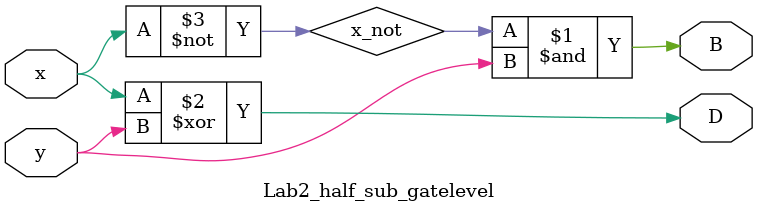
<source format=v>
module Lab2_half_sub_gatelevel (input x,y,output B,D);
    wire x_not;

    not (x_not,x);
    and#(10) (B,x_not,y);
    xor#(20) (D,x,y);
endmodule
</source>
